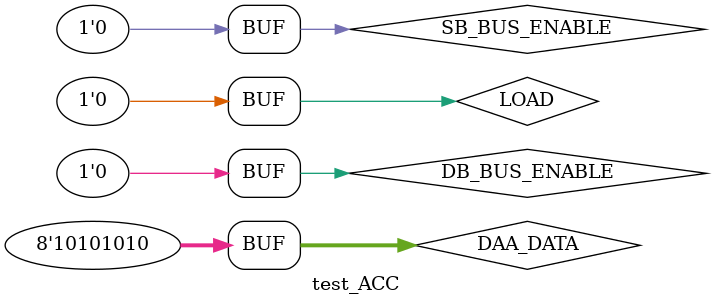
<source format=v>
`timescale 1ns / 1ps


module test_ACC;

	// Inputs
	reg LOAD;
	reg SB_BUS_ENABLE;
	reg DB_BUS_ENABLE;
	reg [7:0] DAA_DATA;

	// Outputs
	wire [7:0] SB_OUT;
	wire [7:0] DB_OUT;

	// Instantiate the Unit Under Test (UUT)
	reg_ACC uut (
		.LOAD(LOAD), 
		.SB_BUS_ENABLE(SB_BUS_ENABLE), 
		.DB_BUS_ENABLE(DB_BUS_ENABLE), 
		.DAA_DATA(DAA_DATA), 
		.SB_OUT(SB_OUT), 
		.DB_OUT(DB_OUT)
	);

	initial begin
		// Initialize Inputs
		LOAD = 0;
		SB_BUS_ENABLE = 0;
		DB_BUS_ENABLE = 0;
		DAA_DATA = 0;

		// Wait 100 ns for global reset to finish
		#100;
        
		$monitor($time, ": LOAD_SIGNAL: %b, SB_ENABLE_SIGNAL: %b, DB_ENABLE_SIGNAL: %b, DATA_IN_STATE: %h, DB_DATA_OUT_STATE: %h, SB_DATA_OUT_STATE: %h", LOAD, SB_BUS_ENABLE, DB_BUS_ENABLE, DAA_DATA, DB_OUT, SB_OUT);
		// Add stimulus here
		
		LOAD = 1;
		#1;
		LOAD = 0;
		#1;
		$display("Expected outputs: DB=XX, SB=XX\n");
		
		DAA_DATA = 8'hFF;
		LOAD = 1;
		#1;
		LOAD = 0;
		#1;
		$display("Expected outputs: DB=XX, SB=XX\n");
		
		SB_BUS_ENABLE = 1;
		#1;
		SB_BUS_ENABLE = 0;
		#1;
		$display("Expected outputs: DB=XX, SB=FF\n");
		
		DAA_DATA = 8'hAA;
		LOAD = 1;
		#1;
		LOAD = 0;
		#1;
		$display("Expected outputs: DB=XX, SB=FF\n");
		
		DB_BUS_ENABLE = 1;
		#1;
		DB_BUS_ENABLE = 0;
		#1;
		$display("Expected outputs: DB=AA, SB=FF\n");
		
		

	end
      
endmodule


</source>
